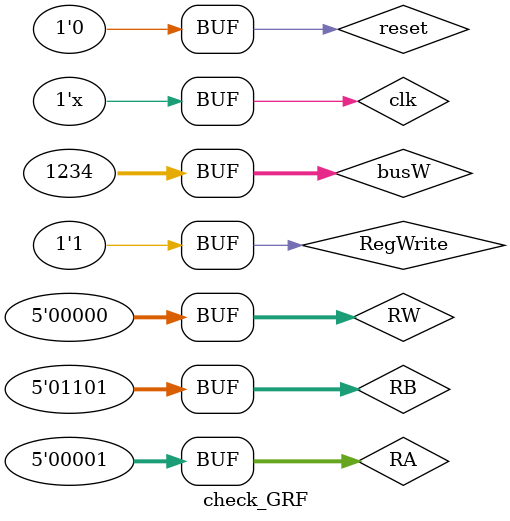
<source format=v>
`timescale 1ns / 1ps


module check_GRF;

	// Inputs
	reg clk;
	reg [4:0] RA;
	reg [4:0] RB;
	reg [4:0] RW;
	reg [31:0] busW;
	reg RegWrite;
	reg reset;

	// Outputs
	wire [31:0] busA;
	wire [31:0] busB;

	// Instantiate the Unit Under Test (UUT)
	GRF uut (
		.clk(clk), 
		.RA(RA), 
		.RB(RB), 
		.RW(RW), 
		.busW(busW), 
		.RegWrite(RegWrite), 
		.reset(reset), 
		.busA(busA), 
		.busB(busB)
	);

	initial begin
		// Initialize Inputs
		clk=0;
		RA = 0;
		RB = 0;
		RW = 0;
		busW = 0;
		RegWrite = 1;
		reset = 0;
		#1
		reset=0;
		RA=0;
		RB=12;
		RW=1;
		busW=1234;
		RegWrite=1;
		#2;
      RA=1;
		RB=13;
		RW=0;
		busW=1234;
		RegWrite=1;
        
		// Add stimulus here

	end
   always #1 clk=~clk;
endmodule


</source>
